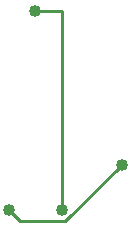
<source format=gbl>
G75*
%MOIN*%
%OFA0B0*%
%FSLAX25Y25*%
%IPPOS*%
%LPD*%
%AMOC8*
5,1,8,0,0,1.08239X$1,22.5*
%
%ADD10C,0.01000*%
%ADD11C,0.04000*%
D10*
X0027488Y0014566D02*
X0031238Y0010816D01*
X0046238Y0010816D01*
X0064988Y0029566D01*
X0044988Y0014566D02*
X0044988Y0080816D01*
X0036238Y0080816D01*
D11*
X0027488Y0014566D03*
X0044988Y0014566D03*
X0064988Y0029566D03*
X0036238Y0080816D03*
M02*

</source>
